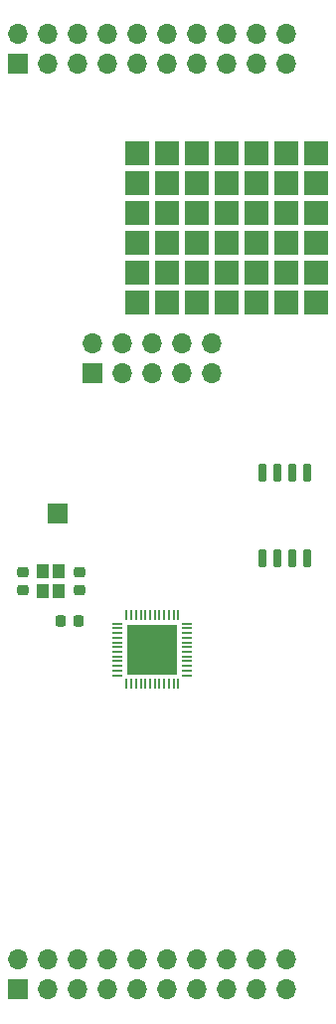
<source format=gbr>
G04 #@! TF.GenerationSoftware,KiCad,Pcbnew,5.99.0-unknown-3100cd3599~128~ubuntu20.04.1*
G04 #@! TF.CreationDate,2021-06-01T14:38:41+02:00*
G04 #@! TF.ProjectId,esp32,65737033-322e-46b6-9963-61645f706362,rev?*
G04 #@! TF.SameCoordinates,Original*
G04 #@! TF.FileFunction,Soldermask,Top*
G04 #@! TF.FilePolarity,Negative*
%FSLAX46Y46*%
G04 Gerber Fmt 4.6, Leading zero omitted, Abs format (unit mm)*
G04 Created by KiCad (PCBNEW 5.99.0-unknown-3100cd3599~128~ubuntu20.04.1) date 2021-06-01 14:38:41*
%MOMM*%
%LPD*%
G01*
G04 APERTURE LIST*
G04 Aperture macros list*
%AMRoundRect*
0 Rectangle with rounded corners*
0 $1 Rounding radius*
0 $2 $3 $4 $5 $6 $7 $8 $9 X,Y pos of 4 corners*
0 Add a 4 corners polygon primitive as box body*
4,1,4,$2,$3,$4,$5,$6,$7,$8,$9,$2,$3,0*
0 Add four circle primitives for the rounded corners*
1,1,$1+$1,$2,$3*
1,1,$1+$1,$4,$5*
1,1,$1+$1,$6,$7*
1,1,$1+$1,$8,$9*
0 Add four rect primitives between the rounded corners*
20,1,$1+$1,$2,$3,$4,$5,0*
20,1,$1+$1,$4,$5,$6,$7,0*
20,1,$1+$1,$6,$7,$8,$9,0*
20,1,$1+$1,$8,$9,$2,$3,0*%
G04 Aperture macros list end*
%ADD10RoundRect,0.150000X-0.150000X0.650000X-0.150000X-0.650000X0.150000X-0.650000X0.150000X0.650000X0*%
%ADD11R,2.000000X2.000000*%
%ADD12R,1.000000X1.150000*%
%ADD13R,1.700000X1.700000*%
%ADD14O,1.700000X1.700000*%
%ADD15RoundRect,0.050000X-0.350000X-0.050000X0.350000X-0.050000X0.350000X0.050000X-0.350000X0.050000X0*%
%ADD16RoundRect,0.050000X-0.050000X-0.350000X0.050000X-0.350000X0.050000X0.350000X-0.050000X0.350000X0*%
%ADD17R,4.300000X4.300000*%
%ADD18RoundRect,0.225000X0.250000X-0.225000X0.250000X0.225000X-0.250000X0.225000X-0.250000X-0.225000X0*%
%ADD19RoundRect,0.225000X0.225000X0.250000X-0.225000X0.250000X-0.225000X-0.250000X0.225000X-0.250000X0*%
G04 APERTURE END LIST*
D10*
X75405000Y-111000000D03*
X74135000Y-111000000D03*
X72865000Y-111000000D03*
X71595000Y-111000000D03*
X71595000Y-118200000D03*
X72865000Y-118200000D03*
X74135000Y-118200000D03*
X75405000Y-118200000D03*
D11*
X76200000Y-83820000D03*
X60960000Y-86360000D03*
X73660000Y-83820000D03*
X66040000Y-96520000D03*
X63500000Y-86360000D03*
X71120000Y-83820000D03*
X60960000Y-96520000D03*
X68580000Y-96520000D03*
X66040000Y-86360000D03*
X68580000Y-83820000D03*
X63500000Y-96520000D03*
X71120000Y-96520000D03*
X68580000Y-93980000D03*
X68580000Y-86360000D03*
X66040000Y-83820000D03*
X76200000Y-96520000D03*
X73660000Y-96520000D03*
X71120000Y-93980000D03*
X71120000Y-86360000D03*
X63500000Y-83820000D03*
X60960000Y-93980000D03*
X66040000Y-93980000D03*
X60960000Y-91440000D03*
X73660000Y-86360000D03*
X60960000Y-83820000D03*
X63500000Y-93980000D03*
X73660000Y-93980000D03*
X66040000Y-91440000D03*
X76200000Y-86360000D03*
X60960000Y-88900000D03*
X71120000Y-91440000D03*
X76200000Y-93980000D03*
X68580000Y-91440000D03*
X68580000Y-88900000D03*
X63500000Y-88900000D03*
X73660000Y-91440000D03*
X63500000Y-91440000D03*
X73660000Y-88900000D03*
X66040000Y-88900000D03*
X76200000Y-91440000D03*
X76200000Y-88900000D03*
X71120000Y-88900000D03*
D12*
X54300000Y-121075000D03*
X54300000Y-119325000D03*
X52900000Y-119325000D03*
X52900000Y-121075000D03*
D13*
X57150000Y-102500000D03*
D14*
X57150000Y-99960000D03*
X59690000Y-102500000D03*
X59690000Y-99960000D03*
X62230000Y-102500000D03*
X62230000Y-99960000D03*
X64770000Y-102500000D03*
X64770000Y-99960000D03*
X67310000Y-102500000D03*
X67310000Y-99960000D03*
D15*
X59300000Y-123800000D03*
X59300000Y-124200000D03*
X59300000Y-124600000D03*
X59300000Y-125000000D03*
X59300000Y-125400000D03*
X59300000Y-125800000D03*
X59300000Y-126200000D03*
X59300000Y-126600000D03*
X59300000Y-127000000D03*
X59300000Y-127400000D03*
X59300000Y-127800000D03*
X59300000Y-128200000D03*
D16*
X60050000Y-128950000D03*
X60450000Y-128950000D03*
X60850000Y-128950000D03*
X61250000Y-128950000D03*
X61650000Y-128950000D03*
X62050000Y-128950000D03*
X62450000Y-128950000D03*
X62850000Y-128950000D03*
X63250000Y-128950000D03*
X63650000Y-128950000D03*
X64050000Y-128950000D03*
X64450000Y-128950000D03*
D15*
X65200000Y-128200000D03*
X65200000Y-127800000D03*
X65200000Y-127400000D03*
X65200000Y-127000000D03*
X65200000Y-126600000D03*
X65200000Y-126200000D03*
X65200000Y-125800000D03*
X65200000Y-125400000D03*
X65200000Y-125000000D03*
X65200000Y-124600000D03*
X65200000Y-124200000D03*
X65200000Y-123800000D03*
D16*
X64450000Y-123050000D03*
X64050000Y-123050000D03*
X63650000Y-123050000D03*
X63250000Y-123050000D03*
X62850000Y-123050000D03*
X62450000Y-123050000D03*
X62050000Y-123050000D03*
X61650000Y-123050000D03*
X61250000Y-123050000D03*
X60850000Y-123050000D03*
X60450000Y-123050000D03*
X60050000Y-123050000D03*
D17*
X62250000Y-126000000D03*
D13*
X54200000Y-114400000D03*
D18*
X51200000Y-120975000D03*
X51200000Y-119425000D03*
D19*
X55975000Y-123600000D03*
X54425000Y-123600000D03*
D18*
X56000000Y-120975000D03*
X56000000Y-119425000D03*
D13*
X50800000Y-76200000D03*
D14*
X50800000Y-73660000D03*
X53340000Y-76200000D03*
X53340000Y-73660000D03*
X55880000Y-76200000D03*
X55880000Y-73660000D03*
X58420000Y-76200000D03*
X58420000Y-73660000D03*
X60960000Y-76200000D03*
X60960000Y-73660000D03*
X63500000Y-76200000D03*
X63500000Y-73660000D03*
X66040000Y-76200000D03*
X66040000Y-73660000D03*
X68580000Y-76200000D03*
X68580000Y-73660000D03*
X71120000Y-76200000D03*
X71120000Y-73660000D03*
X73660000Y-76200000D03*
X73660000Y-73660000D03*
D13*
X50800000Y-154940000D03*
D14*
X50800000Y-152400000D03*
X53340000Y-154940000D03*
X53340000Y-152400000D03*
X55880000Y-154940000D03*
X55880000Y-152400000D03*
X58420000Y-154940000D03*
X58420000Y-152400000D03*
X60960000Y-154940000D03*
X60960000Y-152400000D03*
X63500000Y-154940000D03*
X63500000Y-152400000D03*
X66040000Y-154940000D03*
X66040000Y-152400000D03*
X68580000Y-154940000D03*
X68580000Y-152400000D03*
X71120000Y-154940000D03*
X71120000Y-152400000D03*
X73660000Y-154940000D03*
X73660000Y-152400000D03*
M02*

</source>
